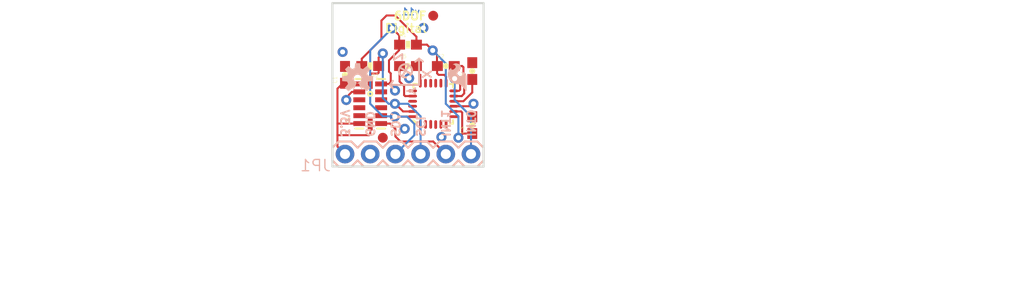
<source format=kicad_pcb>
(kicad_pcb (version 20211014) (generator pcbnew)
  (layers (0 "F.Cu" signal) (31 "B.Cu" signal) (34 "B.Paste" user) (35 "F.Paste" user) (36 "B.SilkS" user "B.Silkscreen") (37 "F.SilkS" user "F.Silkscreen") (38 "B.Mask" user) (39 "F.Mask" user) (44 "Edge.Cuts" user))
  (net 0 "")
  (net 1 "GND")
  (net 2 "3.3V")
  (net 3 "SCL")
  (net 4 "SDA")
  (net 5 "INT1")
  (net 6 "N$2")
  (net 7 "N$3")
  (net 8 "INT0")
  (footprint "boardEagle:0603-CAP" (layer "F.Cu") (at 142.1511 103.9876 90)
    (fp_text reference "C1" (at -0.889 -0.762 90) (layer "F.SilkS") (effects (font (size 0.373888 0.373888) (thickness 0.032512)) (justify left bottom)))
    (fp_text value "0.1uF")
    (fp_line (start 0 -0.0305) (end 0 0.0305) (layer "F.SilkS") (width 0.5588))
    (pad "1" smd rect (at -0.85 0 90) (size 1.1 1) (layers "F.Cu" "F.Paste" "F.Mask") (net 2 "3.3V"))
    (pad "2" smd rect (at 0.85 0 90) (size 1.1 1) (layers "F.Cu" "F.Paste" "F.Mask") (net 1 "GND"))
  )
  (footprint "boardEagle:0603-RES" (layer "F.Cu") (at 148.5011 100.9396)
    (fp_text reference "R1" (at -0.889 -0.762) (layer "F.SilkS") (effects (font (size 0.373888 0.373888) (thickness 0.032512)) (justify left bottom)))
    (fp_text value "4.7K")
    (fp_poly (pts (xy -0.2286 0.381) (xy 0.2286 0.381) (xy 0.2286 -0.381) (xy -0.2286 -0.381)) (layer "F.SilkS") (width 0) (fill solid))
    (pad "1" smd rect (at -0.85 0) (size 1.1 1) (layers "F.Cu" "F.Paste" "F.Mask") (net 4 "SDA"))
    (pad "2" smd rect (at 0.85 0) (size 1.1 1) (layers "F.Cu" "F.Paste" "F.Mask") (net 2 "3.3V"))
  )
  (footprint "boardEagle:CREATIVE_COMMONS" (layer "F.Cu") (at 127.691622 122.1486)
    (fp_text reference "FRAME1" hide)
    (fp_text value "FRAME-LETTER" hide)
  )
  (footprint "boardEagle:0603-CAP" (layer "F.Cu") (at 152.3111 103.0986)
    (fp_text reference "C2" (at -0.889 -0.762) (layer "F.SilkS") (effects (font (size 0.373888 0.373888) (thickness 0.032512)) (justify left bottom)))
    (fp_text value "0.1uF")
    (fp_line (start 0 -0.0305) (end 0 0.0305) (layer "F.SilkS") (width 0.5588))
    (pad "1" smd rect (at -0.85 0) (size 1.1 1) (layers "F.Cu" "F.Paste" "F.Mask") (net 2 "3.3V"))
    (pad "2" smd rect (at 0.85 0) (size 1.1 1) (layers "F.Cu" "F.Paste" "F.Mask") (net 1 "GND"))
  )
  (footprint "boardEagle:FIDUCIAL-1X2" (layer "F.Cu") (at 145.9611 110.3376)
    (fp_text reference "JP6" hide)
    (fp_text value "FIDUCIAL1X2" hide)
    (pad "1" smd roundrect (at 0 0) (size 1 1) (layers "F.Cu" "F.Mask") (roundrect_rratio 0.5))
  )
  (footprint "boardEagle:LGA14" (layer "F.Cu") (at 144.6911 106.9086 90)
    (fp_text reference "U1" (at -2.032 -2.159 90) (layer "F.SilkS") (effects (font (size 0.373888 0.373888) (thickness 0.032512)) (justify left bottom)))
    (fp_text value "ADXL3451:1")
    (fp_line (start 2.5 0.7) (end 2.5 1.5) (layer "F.SilkS") (width 0.2032))
    (fp_line (start -2.5 -0.7) (end -2.5 -1.5) (layer "F.SilkS") (width 0.2032))
    (fp_line (start 2.5 -1.5) (end 2.5 -0.7) (layer "F.SilkS") (width 0.2032))
    (fp_line (start -2.5 1.5) (end -2.5 0.7) (layer "F.SilkS") (width 0.2032))
    (fp_circle (center 1 0) (end 1.1 0) (layer "F.SilkS") (width 0.2032) (fill none))
    (pad "1" smd rect (at 2 -1.1 90) (size 0.5 1.2) (layers "F.Cu" "F.Paste" "F.Mask") (net 2 "3.3V"))
    (pad "2" smd rect (at 1.2 -1.1 270) (size 0.5 1.2) (layers "F.Cu" "F.Paste" "F.Mask") (net 1 "GND"))
    (pad "3" smd rect (at 0.4 -1.1 270) (size 0.5 1.2) (layers "F.Cu" "F.Paste" "F.Mask"))
    (pad "4" smd rect (at -0.4 -1.1 270) (size 0.5 1.2) (layers "F.Cu" "F.Paste" "F.Mask") (net 1 "GND"))
    (pad "5" smd rect (at -1.2 -1.1 270) (size 0.5 1.2) (layers "F.Cu" "F.Paste" "F.Mask") (net 1 "GND"))
    (pad "6" smd rect (at -2 -1.1 270) (size 0.5 1.2) (layers "F.Cu" "F.Paste" "F.Mask") (net 2 "3.3V"))
    (pad "7" smd rect (at -2.1 0) (size 0.5 1.2) (layers "F.Cu" "F.Paste" "F.Mask") (net 2 "3.3V"))
    (pad "8" smd rect (at -2 1.1 270) (size 0.5 1.2) (layers "F.Cu" "F.Paste" "F.Mask") (net 5 "INT1"))
    (pad "9" smd rect (at -1.2 1.1 270) (size 0.5 1.2) (layers "F.Cu" "F.Paste" "F.Mask"))
    (pad "10" smd rect (at -0.4 1.1 90) (size 0.5 1.2) (layers "F.Cu" "F.Paste" "F.Mask"))
    (pad "11" smd rect (at 0.4 1.1 90) (size 0.5 1.2) (layers "F.Cu" "F.Paste" "F.Mask"))
    (pad "12" smd rect (at 1.2 1.1 90) (size 0.5 1.2) (layers "F.Cu" "F.Paste" "F.Mask") (net 1 "GND"))
    (pad "13" smd rect (at 2 1.1 90) (size 0.5 1.2) (layers "F.Cu" "F.Paste" "F.Mask") (net 4 "SDA"))
    (pad "14" smd rect (at 2.1 0 180) (size 0.5 1.2) (layers "F.Cu" "F.Paste" "F.Mask") (net 3 "SCL"))
  )
  (footprint "boardEagle:0603-RES" (layer "F.Cu") (at 144.6911 103.0986 180)
    (fp_text reference "R2" (at -0.889 -0.762 180) (layer "F.SilkS") (effects (font (size 0.373888 0.373888) (thickness 0.032512)) (justify right top)))
    (fp_text value "4.7k")
    (fp_poly (pts (xy -0.2286 0.381) (xy 0.2286 0.381) (xy 0.2286 -0.381) (xy -0.2286 -0.381)) (layer "F.SilkS") (width 0) (fill solid))
    (pad "1" smd rect (at -0.85 0 180) (size 1.1 1) (layers "F.Cu" "F.Paste" "F.Mask") (net 3 "SCL"))
    (pad "2" smd rect (at 0.85 0 180) (size 1.1 1) (layers "F.Cu" "F.Paste" "F.Mask") (net 2 "3.3V"))
  )
  (footprint "boardEagle:STAND-OFF" (layer "F.Cu") (at 153.5811 99.2886 -90)
    (fp_text reference "JP2" hide)
    (fp_text value "STAND-OFF" hide)
    (pad "" np_thru_hole circle (at 0 0 270) (size 3.302 3.302) (drill 3.302) (layers *.Cu *.Mask))
  )
  (footprint "boardEagle:REVISION" (layer "F.Cu") (at 139.6111 125.9586)
    (fp_text reference "U$1" hide)
    (fp_text value "REVISION" hide)
  )
  (footprint "boardEagle:0603-CAP" (layer "F.Cu") (at 148.5011 103.0986)
    (fp_text reference "C5" (at -0.889 -0.762) (layer "F.SilkS") (effects (font (size 0.373888 0.373888) (thickness 0.032512)) (justify left bottom)))
    (fp_text value "2.2nF")
    (fp_line (start 0 -0.0305) (end 0 0.0305) (layer "F.SilkS") (width 0.5588))
    (pad "1" smd rect (at -0.85 0) (size 1.1 1) (layers "F.Cu" "F.Paste" "F.Mask") (net 6 "N$2"))
    (pad "2" smd rect (at 0.85 0) (size 1.1 1) (layers "F.Cu" "F.Paste" "F.Mask") (net 1 "GND"))
  )
  (footprint "boardEagle:STAND-OFF" (layer "F.Cu") (at 143.4211 99.2886 -90)
    (fp_text reference "JP5" hide)
    (fp_text value "STAND-OFF" hide)
    (pad "" np_thru_hole circle (at 0 0 270) (size 3.302 3.302) (drill 3.302) (layers *.Cu *.Mask))
  )
  (footprint "boardEagle:FIDUCIAL-1X2" (layer "F.Cu") (at 151.0411 98.0186)
    (fp_text reference "JP4" hide)
    (fp_text value "FIDUCIAL1X2" hide)
    (pad "1" smd roundrect (at 0 0) (size 1 1) (layers "F.Cu" "F.Mask") (roundrect_rratio 0.5))
  )
  (footprint "boardEagle:QFN-24_ITG3200_1_1" (layer "F.Cu") (at 151.0411 106.9086 90)
    (fp_text reference "U3" hide)
    (fp_text value "ITG-32001:1" hide)
    (fp_line (start 2 1.65) (end 2 2) (layer "F.SilkS") (width 0.2032))
    (fp_line (start 2 -1.65) (end 2 -2) (layer "F.SilkS") (width 0.2032))
    (fp_line (start 1.65 2) (end 2 2) (layer "F.SilkS") (width 0.2032))
    (fp_line (start -1.65 -2) (end -2 -1.65) (layer "F.SilkS") (width 0.2032))
    (fp_line (start -1.65 2) (end -2 2) (layer "F.SilkS") (width 0.2032))
    (fp_line (start -2 2) (end -2 1.65) (layer "F.SilkS") (width 0.2032))
    (fp_line (start 2 -2) (end 1.65 -2) (layer "F.SilkS") (width 0.2032))
    (pad "1" smd roundrect (at -2.0762 -1.3008 270) (size 0.889 0.2794) (layers "F.Cu" "F.Paste" "F.Mask") (roundrect_rratio 0.5) (net 1 "GND"))
    (pad "2" smd roundrect (at -2.0762 -0.7754 270) (size 0.889 0.2794) (layers "F.Cu" "F.Paste" "F.Mask") (roundrect_rratio 0.5))
    (pad "3" smd roundrect (at -2.0762 -0.25 270) (size 0.889 0.2794) (layers "F.Cu" "F.Paste" "F.Mask") (roundrect_rratio 0.5))
    (pad "4" smd roundrect (at -2.1016 0.25 270) (size 0.889 0.2794) (layers "F.Cu" "F.Paste" "F.Mask") (roundrect_rratio 0.5))
    (pad "5" smd roundrect (at -2.0762 0.7754 270) (size 0.889 0.2794) (layers "F.Cu" "F.Paste" "F.Mask") (roundrect_rratio 0.5))
    (pad "6" smd roundrect (at -2.0762 1.3008 270) (size 0.889 0.2794) (layers "F.Cu" "F.Paste" "F.Mask") (roundrect_rratio 0.5))
    (pad "7" smd roundrect (at -1.3008 2.0762 180) (size 0.889 0.2794) (layers "F.Cu" "F.Paste" "F.Mask") (roundrect_rratio 0.5))
    (pad "8" smd roundrect (at -0.7754 2.0762 180) (size 0.889 0.2794) (layers "F.Cu" "F.Paste" "F.Mask") (roundrect_rratio 0.5) (net 2 "3.3V"))
    (pad "9" smd roundrect (at -0.25 2.0762 180) (size 0.889 0.2794) (layers "F.Cu" "F.Paste" "F.Mask") (roundrect_rratio 0.5) (net 1 "GND"))
    (pad "10" smd roundrect (at 0.25 2.0762 180) (size 0.889 0.2794) (layers "F.Cu" "F.Paste" "F.Mask") (roundrect_rratio 0.5) (net 7 "N$3"))
    (pad "11" smd roundrect (at 0.7754 2.0762 180) (size 0.889 0.2794) (layers "F.Cu" "F.Paste" "F.Mask") (roundrect_rratio 0.5) (net 1 "GND"))
    (pad "12" smd roundrect (at 1.3008 2.0762 180) (size 0.889 0.2794) (layers "F.Cu" "F.Paste" "F.Mask") (roundrect_rratio 0.5) (net 8 "INT0"))
    (pad "13" smd roundrect (at 2.0762 1.3008 90) (size 0.889 0.2794) (layers "F.Cu" "F.Paste" "F.Mask") (roundrect_rratio 0.5) (net 2 "3.3V"))
    (pad "14" smd roundrect (at 2.0762 0.7754 90) (size 0.889 0.2794) (layers "F.Cu" "F.Paste" "F.Mask") (roundrect_rratio 0.5))
    (pad "15" smd roundrect (at 2.0762 0.25 90) (size 0.889 0.2794) (layers "F.Cu" "F.Paste" "F.Mask") (roundrect_rratio 0.5))
    (pad "16" smd roundrect (at 2.0762 -0.25 90) (size 0.889 0.2794) (layers "F.Cu" "F.Paste" "F.Mask") (roundrect_rratio 0.5))
    (pad "17" smd roundrect (at 2.0762 -0.7754 90) (size 0.889 0.2794) (layers "F.Cu" "F.Paste" "F.Mask") (roundrect_rratio 0.5))
    (pad "18" smd roundrect (at 2.0762 -1.3008 90) (size 0.889 0.2794) (layers "F.Cu" "F.Paste" "F.Mask") (roundrect_rratio 0.5) (net 1 "GND"))
    (pad "19" smd roundrect (at 1.3008 -2.0762) (size 0.889 0.2794) (layers "F.Cu" "F.Paste" "F.Mask") (roundrect_rratio 0.5))
    (pad "20" smd roundrect (at 0.7754 -2.0762) (size 0.889 0.2794) (layers "F.Cu" "F.Paste" "F.Mask") (roundrect_rratio 0.5) (net 6 "N$2"))
    (pad "21" smd roundrect (at 0.25 -2.0762) (size 0.889 0.2794) (layers "F.Cu" "F.Paste" "F.Mask") (roundrect_rratio 0.5))
    (pad "22" smd roundrect (at -0.25 -2.0762) (size 0.889 0.2794) (layers "F.Cu" "F.Paste" "F.Mask") (roundrect_rratio 0.5))
    (pad "23" smd roundrect (at -0.7754 -2.0762) (size 0.889 0.2794) (layers "F.Cu" "F.Paste" "F.Mask") (roundrect_rratio 0.5) (net 3 "SCL"))
    (pad "24" smd roundrect (at -1.3008 -2.0762) (size 0.889 0.2794) (layers "F.Cu" "F.Paste" "F.Mask") (roundrect_rratio 0.5) (net 4 "SDA"))
  )
  (footprint "boardEagle:0603-CAP" (layer "F.Cu") (at 154.9781 109.0676 90)
    (fp_text reference "C3" (at -0.889 -0.762 90) (layer "F.SilkS") (effects (font (size 0.373888 0.373888) (thickness 0.032512)) (justify left bottom)))
    (fp_text value "10nF")
    (fp_line (start 0 -0.0305) (end 0 0.0305) (layer "F.SilkS") (width 0.5588))
    (pad "1" smd rect (at -0.85 0 90) (size 1.1 1) (layers "F.Cu" "F.Paste" "F.Mask") (net 2 "3.3V"))
    (pad "2" smd rect (at 0.85 0 90) (size 1.1 1) (layers "F.Cu" "F.Paste" "F.Mask") (net 1 "GND"))
  )
  (footprint "boardEagle:0603-CAP" (layer "F.Cu") (at 154.9781 103.6066 90)
    (fp_text reference "C4" (at -0.889 -0.762 90) (layer "F.SilkS") (effects (font (size 0.373888 0.373888) (thickness 0.032512)) (justify left bottom)))
    (fp_text value "0.1uF")
    (fp_line (start 0 -0.0305) (end 0 0.0305) (layer "F.SilkS") (width 0.5588))
    (pad "1" smd rect (at -0.85 0 90) (size 1.1 1) (layers "F.Cu" "F.Paste" "F.Mask") (net 7 "N$3"))
    (pad "2" smd rect (at 0.85 0 90) (size 1.1 1) (layers "F.Cu" "F.Paste" "F.Mask") (net 1 "GND"))
  )
  (footprint "boardEagle:1X06" (layer "B.Cu") (at 142.1511 111.9886)
    (fp_text reference "JP1" (at -1.3462 1.8288 180) (layer "B.SilkS") (effects (font (size 1.143 1.143) (thickness 0.127)) (justify left bottom mirror)))
    (fp_text value "")
    (fp_line (start 12.065 1.27) (end 13.335 1.27) (layer "B.SilkS") (width 0.2032))
    (fp_line (start 8.89 0.635) (end 9.525 1.27) (layer "B.SilkS") (width 0.2032))
    (fp_line (start 1.27 -0.635) (end 0.635 -1.27) (layer "B.SilkS") (width 0.2032))
    (fp_line (start 4.445 1.27) (end 5.715 1.27) (layer "B.SilkS") (width 0.2032))
    (fp_line (start 1.905 -1.27) (end 1.27 -0.635) (layer "B.SilkS") (width 0.2032))
    (fp_line (start 13.97 -0.635) (end 13.335 -1.27) (layer "B.SilkS") (width 0.2032))
    (fp_line (start 3.81 -0.635) (end 3.175 -1.27) (layer "B.SilkS") (width 0.2032))
    (fp_line (start 3.175 -1.27) (end 1.905 -1.27) (layer "B.SilkS") (width 0.2032))
    (fp_line (start 11.43 -0.635) (end 10.795 -1.27) (layer "B.SilkS") (width 0.2032))
    (fp_line (start 12.065 -1.27) (end 11.43 -0.635) (layer "B.SilkS") (width 0.2032))
    (fp_line (start 6.985 1.27) (end 8.255 1.27) (layer "B.SilkS") (width 0.2032))
    (fp_line (start 13.335 -1.27) (end 12.065 -1.27) (layer "B.SilkS") (width 0.2032))
    (fp_line (start 9.525 1.27) (end 10.795 1.27) (layer "B.SilkS") (width 0.2032))
    (fp_line (start 6.35 -0.635) (end 5.715 -1.27) (layer "B.SilkS") (width 0.2032))
    (fp_line (start 0.635 1.27) (end 1.27 0.635) (layer "B.SilkS") (width 0.2032))
    (fp_line (start 1.905 1.27) (end 3.175 1.27) (layer "B.SilkS") (width 0.2032))
    (fp_line (start -0.635 1.27) (end -1.27 0.635) (layer "B.SilkS") (width 0.2032))
    (fp_line (start 13.335 1.27) (end 13.97 0.635) (layer "B.SilkS") (width 0.2032))
    (fp_line (start -0.635 1.27) (end 0.635 1.27) (layer "B.SilkS") (width 0.2032))
    (fp_line (start 13.97 0.635) (end 13.97 -0.635) (layer "B.SilkS") (width 0.2032))
    (fp_line (start 10.795 -1.27) (end 9.525 -1.27) (layer "B.SilkS") (width 0.2032))
    (fp_line (start 0.635 -1.27) (end -0.635 -1.27) (layer "B.SilkS") (width 0.2032))
    (fp_line (start 6.985 1.27) (end 6.35 0.635) (layer "B.SilkS") (width 0.2032))
    (fp_line (start 10.795 1.27) (end 11.43 0.635) (layer "B.SilkS") (width 0.2032))
    (fp_line (start 6.35 -0.635) (end 6.985 -1.27) (layer "B.SilkS") (width 0.2032))
    (fp_line (start 8.89 -0.635) (end 8.255 -1.27) (layer "B.SilkS") (width 0.2032))
    (fp_line (start 1.27 0.635) (end 1.905 1.27) (layer "B.SilkS") (width 0.2032))
    (fp_line (start 3.175 1.27) (end 3.81 0.635) (layer "B.SilkS") (width 0.2032))
    (fp_line (start 5.715 -1.27) (end 4.445 -1.27) (layer "B.SilkS") (width 0.2032))
    (fp_line (start 3.81 0.635) (end 4.445 1.27) (layer "B.SilkS") (width 0.2032))
    (fp_line (start 11.43 0.635) (end 12.065 1.27) (layer "B.SilkS") (width 0.2032))
    (fp_line (start 4.445 -1.27) (end 3.81 -0.635) (layer "B.SilkS") (width 0.2032))
    (fp_line (start 5.715 1.27) (end 6.35 0.635) (layer "B.SilkS") (width 0.2032))
    (fp_line (start -1.27 -0.635) (end -0.635 -1.27) (layer "B.SilkS") (width 0.2032))
    (fp_line (start 9.525 -1.27) (end 8.89 -0.635) (layer "B.SilkS") (width 0.2032))
    (fp_line (start 8.255 -1.27) (end 6.985 -1.27) (layer "B.SilkS") (width 0.2032))
    (fp_line (start 8.255 1.27) (end 8.89 0.635) (layer "B.SilkS") (width 0.2032))
    (fp_line (start -1.27 0.635) (end -1.27 -0.635) (layer "B.SilkS") (width 0.2032))
    (pad "1" thru_hole circle (at 0 0 270) (size 1.8796 1.8796) (drill 1.016) (layers *.Cu *.Mask) (net 2 "3.3V"))
    (pad "2" thru_hole circle (at 2.54 0 270) (size 1.8796 1.8796) (drill 1.016) (layers *.Cu *.Mask) (net 1 "GND"))
    (pad "3" thru_hole circle (at 5.08 0 270) (size 1.8796 1.8796) (drill 1.016) (layers *.Cu *.Mask) (net 4 "SDA"))
    (pad "4" thru_hole circle (at 7.62 0 270) (size 1.8796 1.8796) (drill 1.016) (layers *.Cu *.Mask) (net 3 "SCL"))
    (pad "5" thru_hole circle (at 10.16 0 270) (size 1.8796 1.8796) (drill 1.016) (layers *.Cu *.Mask) (net 5 "INT1"))
    (pad "6" thru_hole circle (at 12.7 0 270) (size 1.8796 1.8796) (drill 1.016) (layers *.Cu *.Mask) (net 8 "INT0"))
  )
  (footprint "boardEagle:OSHW-LOGO-S" (layer "B.Cu") (at 143.4211 104.3686 180)
    (fp_text reference "U$2" hide)
    (fp_text value "OSHW-LOGOS" hide)
    (fp_poly (pts (xy 0.301647 1.061351) (xy 0.42347 1.022344) (xy 0.537177 0.963769) (xy 0.92862 1.282946) (xy 1.282946 0.92862) (xy 0.961035 0.533823) (xy 1.057046 0.302084) (xy 1.5638 0.250561) (xy 1.5638 -0.250561) (xy 1.057046 -0.302084) (xy 0.961035 -0.533823) (xy 1.282946 -0.92862) (xy 0.92862 -1.282946) (xy 0.537177 -0.96377) (xy 0.356601 -1.056794) (xy 0.088679 -0.410073) (xy 0.326262 -0.2176) (xy 0.373649 -0.121468) (xy 0.392729 -0.010339) (xy 0.379464 0.101634) (xy 0.334947 0.205229) (xy 0.262842 0.291918) (xy 0.169087 0.354561) (xy 0.061406 0.387999) (xy -0.051342 0.38948) (xy -0.159868 0.358881) (xy -0.255234 0.298724) (xy -0.329589 0.213962) (xy -0.376813 0.111569) (xy -0.392176 0.005767) (xy -0.322923 -0.222565) (xy -0.249312 -0.303773) (xy 0.091677 -0.5081) (xy -0.12929 -0.5081) (xy -0.355332 -1.053732) (xy -0.506597 -0.983577) (xy -0.538922 -0.965192) (xy -0.92862 -1.282946) (xy -1.282946 -0.92862) (xy -0.961035 -0.533823) (xy -1.057046 -0.302084) (xy -1.5638 -0.250561) (xy -1.5638 0.250561) (xy -1.057046 0.302084) (xy -0.961035 0.533823) (xy -1.282946 0.92862) (xy -0.92862 1.282946) (xy -0.533823 0.961035) (xy -0.302084 1.057046) (xy -0.250561 1.5638) (xy 0.250561 1.5638)) (layer "B.SilkS") (width 0) (fill solid))
  )
  (footprint "boardEagle:SFE-LOGO-FLAME" (layer "B.Cu") (at 154.3939 105.6386 180)
    (fp_text reference "JP3" hide)
    (fp_text value "LOGO-SFESK" hide)
    (fp_poly (pts (xy 1.126002 2.808203) (xy 1.215449 2.785829) (xy 1.228477 2.780783) (xy 1.240149 2.774875) (xy 1.25686 2.766576) (xy 1.275552 2.759834) (xy 1.371694 2.7026) (xy 1.3793 2.7026) (xy 1.3793 2.6772) (xy 1.306833 2.6772) (xy 1.208418 2.657914) (xy 1.074855 2.495286) (xy 1.079365 2.436825) (xy 1.12809 2.341869) (xy 1.204666 2.265196) (xy 1.294069 2.200638) (xy 1.369348 2.168824) (xy 1.450737 2.171632) (xy 1.458864 2.174186) (xy 1.466257 2.177389) (xy 1.530514 2.236956) (xy 1.5368 2.259812) (xy 1.5368 2.377938) (xy 1.763707 2.148127) (xy 1.868186 1.856841) (xy 1.871603 1.856894) (xy 1.87806 1.650435) (xy 1.848857 1.45742) (xy 1.785308 1.272842) (xy 1.6663 1.061578) (xy 1.6663 1.080581) (xy 1.378131 0.80901) (xy 0.982239 0.6985) (xy 0.753005 0.6985) (xy 0.716201 0.692046) (xy 0.681776 0.679592) (xy 0.496322 0.541784) (xy -0.0126 -0.03091) (xy -0.0126 1.52077) (xy 0.060004 1.761967) (xy 0.168295 1.865489) (xy 0.307122 1.917522) (xy 0.4039 1.925089) (xy 0.499384 1.917623) (xy 0.55991 1.908099) (xy 0.557788 1.884433) (xy 0.522216 1.885242) (xy 0.501784 1.876141) (xy 0.420519 1.817154) (xy 0.400722 1.79067) (xy 0.390395 1.7285) (xy 0.400905 1.665229) (xy 0.421405 1.625174) (xy 0.452343 1.592685) (xy 0.546535 1.54355) (xy 0.652229 1.531742) (xy 0.742768 1.550084) (xy 0.82422 1.589656) (xy 0.92203 1.754659) (xy 0.907706 1.848844) (xy 0.850914 1.930401) (xy 0.584707 2.263237) (xy 0.561667 2.510855) (xy 0.627495 2.621556) (xy 0.629042 2.623103) (xy 0.778901 2.74712) (xy 1.032676 2.817064)) (layer "B.SilkS") (width 0) (fill solid))
  )
  (gr_circle (center 148.2471 103.5812) (end 148.9176 103.5812) (layer "B.SilkS") (width 0.2032) (fill none))
  (gr_line (start 148.5773 103.0224) (end 147.9169 104.14) (layer "B.SilkS") (width 0.2032))
  (gr_line (start 149.9997 102.6414) (end 149.6187 102.362) (layer "B.SilkS") (width 0.2032))
  (gr_line (start 146.9771 104.5972) (end 146.6977 105.0036) (layer "B.SilkS") (width 0.2032))
  (gr_line (start 149.6187 105.0036) (end 146.6977 105.0036) (layer "B.SilkS") (width 0.2032))
  (gr_line (start 149.6187 105.0036) (end 149.6187 102.362) (layer "B.SilkS") (width 0.2032))
  (gr_line (start 148.8313 103.9114) (end 147.6883 103.251) (layer "B.SilkS") (width 0.2032))
  (gr_line (start 146.6977 105.0036) (end 147.0025 105.3846) (layer "B.SilkS") (width 0.2032))
  (gr_line (start 149.6187 102.362) (end 149.2377 102.6668) (layer "B.SilkS") (width 0.2032))
  (gr_line (start 140.8811 96.7486) (end 140.8811 113.2386) (layer "Edge.Cuts") (width 0.2032))
  (gr_line (start 140.8811 113.2386) (end 156.1211 113.2586) (layer "Edge.Cuts") (width 0.2032))
  (gr_line (start 156.1211 113.2586) (end 156.1211 96.7486) (layer "Edge.Cuts") (width 0.2032))
  (gr_line (start 156.1211 96.7486) (end 140.8811 96.7486) (layer "Edge.Cuts") (width 0.2032))
  (gr_text "v11" (at 149.7711 98.0186) (layer "B.Cu") (effects (font (size 0.69088 0.69088) (thickness 0.12192)) (justify left bottom mirror)))
  (gr_text "GND" (at 144.1831 110.3376 -90) (layer "B.SilkS") (effects (font (size 0.83312 0.83312) (thickness 0.18288)) (justify left bottom mirror)))
  (gr_text "X" (at 149.8727 104.4448 -90) (layer "B.SilkS") (effects (font (size 0.83312 0.83312) (thickness 0.18288)) (justify left bottom mirror)))
  (gr_text "SCL" (at 149.2631 110.3376 -90) (layer "B.SilkS") (effects (font (size 0.83312 0.83312) (thickness 0.18288)) (justify left bottom mirror)))
  (gr_text "INT0" (at 154.3431 110.3376 -90) (layer "B.SilkS") (effects (font (size 0.83312 0.83312) (thickness 0.18288)) (justify left bottom mirror)))
  (gr_text "Y" (at 148.2979 106.0958 -90) (layer "B.SilkS") (effects (font (size 0.83312 0.83312) (thickness 0.18288)) (justify left bottom mirror)))
  (gr_text "SDA" (at 146.7231 110.3376 -90) (layer "B.SilkS") (effects (font (size 0.83312 0.83312) (thickness 0.18288)) (justify left bottom mirror)))
  (gr_text "3.3V" (at 141.6431 110.3376 -90) (layer "B.SilkS") (effects (font (size 0.83312 0.83312) (thickness 0.18288)) (justify left bottom mirror)))
  (gr_text "Z" (at 146.9771 102.6922 -90) (layer "B.SilkS") (effects (font (size 0.83312 0.83312) (thickness 0.18288)) (justify left bottom mirror)))
  (gr_text "INT1" (at 151.8031 110.3376 -90) (layer "B.SilkS") (effects (font (size 0.83312 0.83312) (thickness 0.18288)) (justify left bottom mirror)))
  (gr_text "6DOF" (at 146.9771 98.5266) (layer "F.SilkS") (effects (font (size 0.83312 0.83312) (thickness 0.18288)) (justify left bottom)))
  (gr_text "Digital" (at 146.0881 99.7966) (layer "F.SilkS") (effects (font (size 0.8636 0.8636) (thickness 0.1524)) (justify left bottom)))
  (segment (start 154.1653 104.1908) (end 154.0891 104.0892) (width 0.2032) (layer "F.Cu") (net 1))
  (segment (start 149.7403 104.8324) (end 149.7403 103.9876) (width 0.2032) (layer "F.Cu") (net 1))
  (segment (start 149.7403 103.9876) (end 149.6441 103.9876) (width 0.2032) (layer "F.Cu") (net 1))
  (segment (start 154.8551 107.1586) (end 155.1051 106.9086) (width 0.2032) (layer "F.Cu") (net 1))
  (segment (start 153.9247 106.1332) (end 154.1653 105.8672) (width 0.2032) (layer "F.Cu") (net 1))
  (segment (start 153.1611 103.0986) (end 153.9621 103.0986) (width 0.2032) (layer "F.Cu") (net 1))
  (segment (start 153.1173 106.1332) (end 153.9247 106.1332) (width 0.2032) (layer "F.Cu") (net 1))
  (segment (start 153.1173 107.1586) (end 154.8551 107.1586) (width 0.2032) (layer "F.Cu") (net 1))
  (segment (start 149.7403 108.9848) (end 149.7403 109.9566) (width 0.2032) (layer "F.Cu") (net 1))
  (segment (start 149.7711 104.8632) (end 149.7403 104.8324) (width 0.2032) (layer "F.Cu") (net 1))
  (segment (start 153.9621 103.0986) (end 154.0891 103.2256) (width 0.2032) (layer "F.Cu") (net 1))
  (segment (start 142.8431 105.7086) (end 142.5321 106.0196) (width 0.2032) (layer "F.Cu") (net 1))
  (segment (start 154.0891 104.0892) (end 154.0891 103.2256) (width 0.2032) (layer "F.Cu") (net 1))
  (segment (start 154.1653 105.8672) (end 154.1653 104.1908) (width 0.2032) (layer "F.Cu") (net 1))
  (segment (start 149.7403 109.9566) (end 149.7711 109.9566) (width 0.2032) (layer "F.Cu") (net 1))
  (segment (start 143.5911 105.7086) (end 142.8431 105.7086) (width 0.2032) (layer "F.Cu") (net 1))
  (via (at 151.8666 110.2741) (size 1.016) (drill 0.508) (layers "F.Cu" "B.Cu") (net 1))
  (via (at 155.1051 106.9086) (size 1.016) (drill 0.508) (layers "F.Cu" "B.Cu") (net 1))
  (via (at 142.2781 106.5276) (size 1.016) (drill 0.508) (layers "F.Cu" "B.Cu") (net 1))
  (via (at 150.0505 99.2505) (size 1.016) (drill 0.508) (layers "F.Cu" "B.Cu") (net 1))
  (via (at 148.1709 109.4359) (size 1.016) (drill 0.508) (layers "F.Cu" "B.Cu") (net 1))
  (via (at 147.193 105.5751) (size 1.016) (drill 0.508) (layers "F.Cu" "B.Cu") (net 1))
  (via (at 148.6154 104.3305) (size 1.016) (drill 0.508) (layers "F.Cu" "B.Cu") (net 1))
  (via (at 141.9098 101.6762) (size 1.016) (drill 0.508) (layers "F.Cu" "B.Cu") (net 1))
  (segment (start 149.3511 100.9396) (end 149.3511 100.1386) (width 0.2032) (layer "F.Cu") (net 2))
  (segment (start 143.8411 103.1476) (end 142.1511 104.8376) (width 0.2032) (layer "F.Cu") (net 2))
  (segment (start 141.3891 111.2266) (end 142.1511 111.9886) (width 0.2032) (layer "F.Cu") (net 2))
  (segment (start 145.8214 100.3808) (end 145.8214 98.5139) (width 0.2032) (layer "F.Cu") (net 2))
  (segment (start 142.1511 104.8376) (end 142.1511 104.9086) (width 0.2032) (layer "F.Cu") (net 2))
  (segment (start 153.1173 107.684) (end 153.8485 107.684) (width 0.2032) (layer "F.Cu") (net 2))
  (segment (start 150.4061 100.9396) (end 150.9903 101.5238) (width 0.2032) (layer "F.Cu") (net 2))
  (segment (start 151.5872 103.9876) (end 151.4348 103.8352) (width 0.2032) (layer "F.Cu") (net 2))
  (segment (start 143.5911 108.9086) (end 141.3891 108.9086) (width 0.2032) (layer "F.Cu") (net 2))
  (segment (start 154.0011 109.9176) (end 153.5811 110.3376) (width 0.2032) (layer "F.Cu") (net 2))
  (segment (start 145.8214 98.5139) (end 146.3421 97.9932) (width 0.2032) (layer "F.Cu") (net 2))
  (segment (start 143.8411 102.3611) (end 145.8214 100.3808) (width 0.2032) (layer "F.Cu") (net 2))
  (segment (start 143.8411 103.0986) (end 143.8411 102.3611) (width 0.2032) (layer "F.Cu") (net 2))
  (segment (start 144.6911 109.9566) (end 144.5641 110.0836) (width 0.2032) (layer "F.Cu") (net 2))
  (segment (start 141.8651 104.9086) (end 142.1511 104.9086) (width 0.2032) (layer "F.Cu") (net 2))
  (segment (start 146.3421 97.9932) (end 147.2057 97.9932) (width 0.2032) (layer "F.Cu") (net 2))
  (segment (start 147.2057 97.9932) (end 149.3511 100.1386) (width 0.2032) (layer "F.Cu") (net 2))
  (segment (start 152.146 103.9876) (end 151.5872 103.9876) (width 0.2032) (layer "F.Cu") (net 2))
  (segment (start 149.3511 100.9396) (end 150.4061 100.9396) (width 0.2032) (layer "F.Cu") (net 2))
  (segment (start 143.5911 108.9086) (end 143.6911 109.0086) (width 0.2032) (layer "F.Cu") (net 2))
  (segment (start 141.3891 105.3846) (end 141.3891 108.9086) (width 0.2032) (layer "F.Cu") (net 2))
  (segment (start 151.4221 103.0596) (end 151.4221 101.9556) (width 0.2032) (layer "F.Cu") (net 2))
  (segment (start 141.3891 108.9086) (end 141.3891 110.0836) (width 0.2032) (layer "F.Cu") (net 2))
  (segment (start 154.9781 109.9176) (end 154.0011 109.9176) (width 0.2032) (layer "F.Cu") (net 2))
  (segment (start 152.3419 104.1835) (end 152.146 103.9876) (width 0.2032) (layer "F.Cu") (net 2))
  (segment (start 151.4611 103.0986) (end 151.4611 103.0986) (width 0.2032) (layer "F.Cu") (net 2))
  (segment (start 141.3891 110.0836) (end 141.3891 111.2266) (width 0.2032) (layer "F.Cu") (net 2))
  (segment (start 153.8485 107.684) (end 153.9621 107.7976) (width 0.2032) (layer "F.Cu") (net 2))
  (segment (start 143.8411 103.0986) (end 143.8411 103.1476) (width 0.2032) (layer "F.Cu") (net 2))
  (segment (start 141.8651 104.9086) (end 141.3891 105.3846) (width 0.2032) (layer "F.Cu") (net 2))
  (segment (start 151.4348 103.8352) (end 151.4348 103.1249) (width 0.2032) (layer "F.Cu") (net 2))
  (segment (start 151.4348 103.1249) (end 151.4611 103.0986) (width 0.2032) (layer "F.Cu") (net 2))
  (segment (start 153.9621 107.7976) (end 153.9621 109.9566) (width 0.2032) (layer "F.Cu") (net 2))
  (segment (start 152.3419 104.8324) (end 152.3419 104.1835) (width 0.2032) (layer "F.Cu") (net 2))
  (segment (start 144.5641 110.0836) (end 141.3891 110.0836) (width 0.2032) (layer "F.Cu") (net 2))
  (segment (start 151.4221 101.9556) (end 150.9903 101.5238) (width 0.2032) (layer "F.Cu") (net 2))
  (segment (start 153.9621 109.9566) (end 153.5811 110.3376) (width 0.2032) (layer "F.Cu") (net 2))
  (segment (start 151.4611 103.0986) (end 151.4221 103.0596) (width 0.2032) (layer "F.Cu") (net 2))
  (segment (start 142.1511 104.9086) (end 143.5911 104.9086) (width 0.2032) (layer "F.Cu") (net 2))
  (segment (start 144.6911 109.0086) (end 144.6911 109.9566) (width 0.2032) (layer "F.Cu") (net 2))
  (via (at 153.5811 110.3376) (size 1.016) (drill 0.508) (layers "F.Cu" "B.Cu") (net 2))
  (via (at 150.9903 101.5238) (size 1.016) (drill 0.508) (layers "F.Cu" "B.Cu") (net 2))
  (segment (start 153.5811 110.3376) (end 153.5811 108.1786) (width 0.2032) (layer "B.Cu") (net 2))
  (segment (start 152.3111 102.8446) (end 150.9903 101.5238) (width 0.2032) (layer "B.Cu") (net 2))
  (segment (start 153.5811 108.1786) (end 152.3111 106.9086) (width 0.2032) (layer "B.Cu") (net 2))
  (segment (start 152.3111 106.9086) (end 152.3111 102.8446) (width 0.2032) (layer "B.Cu") (net 2))
  (segment (start 144.8181 103.8606) (end 145.4531 103.8606) (width 0.2032) (layer "F.Cu") (net 3))
  (segment (start 144.6911 104.8086) (end 144.6911 103.9876) (width 0.2032) (layer "F.Cu") (net 3))
  (segment (start 145.5411 102.2486) (end 145.5411 103.0986) (width 0.2032) (layer "F.Cu") (net 3))
  (segment (start 145.5411 103.7726) (end 145.5411 103.0986) (width 0.2032) (layer "F.Cu") (net 3))
  (segment (start 144.6911 103.9876) (end 144.8181 103.8606) (width 0.2032) (layer "F.Cu") (net 3))
  (segment (start 147.2311 106.9086) (end 147.1803 106.9086) (width 0.2032) (layer "F.Cu") (net 3))
  (segment (start 145.9611 101.8286) (end 145.5411 102.2486) (width 0.2032) (layer "F.Cu") (net 3))
  (segment (start 145.4531 103.8606) (end 145.5411 103.7726) (width 0.2032) (layer "F.Cu") (net 3))
  (segment (start 148.9649 107.684) (end 148.0065 107.684) (width 0.2032) (layer "F.Cu") (net 3))
  (segment (start 148.0065 107.684) (end 147.2311 106.9086) (width 0.2032) (layer "F.Cu") (net 3))
  (via (at 147.1803 106.9086) (size 1.016) (drill 0.508) (layers "F.Cu" "B.Cu") (net 3))
  (via (at 145.9611 101.8286) (size 1.016) (drill 0.508) (layers "F.Cu" "B.Cu") (net 3))
  (segment (start 145.9611 106.3244) (end 145.9611 101.8286) (width 0.2032) (layer "B.Cu") (net 3))
  (segment (start 146.5453 106.9086) (end 145.9611 106.3244) (width 0.2032) (layer "B.Cu") (net 3))
  (segment (start 147.1803 106.9086) (end 148.5011 106.9086) (width 0.2032) (layer "B.Cu") (net 3))
  (segment (start 149.7711 111.9886) (end 149.7711 108.1786) (width 0.2032) (layer "B.Cu") (net 3))
  (segment (start 148.5011 106.9086) (end 149.7711 108.1786) (width 0.2032) (layer "B.Cu") (net 3))
  (segment (start 147.1803 106.9086) (end 146.5453 106.9086) (width 0.2032) (layer "B.Cu") (net 3))
  (segment (start 147.6511 100.9396) (end 147.6121 100.9396) (width 0.2032) (layer "F.Cu") (net 4))
  (segment (start 145.7911 104.9086) (end 146.5641 104.9086) (width 0.2032) (layer "F.Cu") (net 4))
  (segment (start 147.6121 101.4984) (end 146.5834 102.5271) (width 0.2032) (layer "F.Cu") (net 4))
  (segment (start 146.7612 103.8479) (end 146.5834 103.6701) (width 0.2032) (layer "F.Cu") (net 4))
  (segment (start 147.6121 100.9396) (end 147.6121 101.4984) (width 0.2032) (layer "F.Cu") (net 4))
  (segment (start 148.9649 108.2094) (end 147.173 108.2094) (width 0.2032) (layer "F.Cu") (net 4))
  (segment (start 146.5641 104.9086) (end 146.7612 104.7115) (width 0.2032) (layer "F.Cu") (net 4))
  (segment (start 147.173 108.2094) (end 147.1676 108.204) (width 0.2032) (layer "F.Cu") (net 4))
  (segment (start 146.7612 104.7115) (end 146.7612 103.8479) (width 0.2032) (layer "F.Cu") (net 4))
  (segment (start 147.6121 100.9396) (end 147.6121 99.9998) (width 0.2032) (layer "F.Cu") (net 4))
  (segment (start 146.5834 103.6701) (end 146.5834 102.5271) (width 0.2032) (layer "F.Cu") (net 4))
  (segment (start 146.9009 99.2886) (end 147.6121 99.9998) (width 0.2032) (layer "F.Cu") (net 4))
  (via (at 147.1676 108.204) (size 1.016) (drill 0.508) (layers "F.Cu" "B.Cu") (net 4))
  (via (at 146.9009 99.2886) (size 1.016) (drill 0.508) (layers "F.Cu" "B.Cu") (net 4))
  (segment (start 147.1422 108.1786) (end 147.1676 108.204) (width 0.2032) (layer "B.Cu") (net 4))
  (segment (start 146.9009 99.2886) (end 144.6911 101.4984) (width 0.2032) (layer "B.Cu") (net 4))
  (segment (start 147.1676 108.204) (end 148.3995 108.204) (width 0.2032) (layer "B.Cu") (net 4))
  (segment (start 144.6911 106.9086) (end 144.6911 101.4984) (width 0.2032) (layer "B.Cu") (net 4))
  (segment (start 148.3995 108.204) (end 149.1361 108.9406) (width 0.2032) (layer "B.Cu") (net 4))
  (segment (start 149.1361 108.9406) (end 149.1361 110.0836) (width 0.2032) (layer "B.Cu") (net 4))
  (segment (start 145.9611 108.1786) (end 147.1422 108.1786) (width 0.2032) (layer "B.Cu") (net 4))
  (segment (start 149.1361 110.0836) (end 147.2311 111.9886) (width 0.2032) (layer "B.Cu") (net 4))
  (segment (start 145.9611 108.1786) (end 144.6911 106.9086) (width 0.2032) (layer "B.Cu") (net 4))
  (segment (start 151.0411 110.7186) (end 147.7391 110.7186) (width 0.2032) (layer "F.Cu") (net 5))
  (segment (start 147.2311 110.2106) (end 147.7391 110.7186) (width 0.2032) (layer "F.Cu") (net 5))
  (segment (start 146.6911 108.9086) (end 147.2311 109.4486) (width 0.2032) (layer "F.Cu") (net 5))
  (segment (start 147.2311 109.4486) (end 147.2311 110.2106) (width 0.2032) (layer "F.Cu") (net 5))
  (segment (start 151.0411 110.7186) (end 152.3111 111.9886) (width 0.2032) (layer "F.Cu") (net 5))
  (segment (start 145.7911 108.9086) (end 146.6911 108.9086) (width 0.2032) (layer "F.Cu") (net 5))
  (segment (start 148.1074 106.0323) (end 148.1074 105.1179) (width 0.2032) (layer "F.Cu") (net 6))
  (segment (start 148.2083 106.1332) (end 148.1074 106.0323) (width 0.2032) (layer "F.Cu") (net 6))
  (segment (start 148.1074 105.1179) (end 147.6511 104.6616) (width 0.2032) (layer "F.Cu") (net 6))
  (segment (start 147.6511 103.0986) (end 147.6511 104.6616) (width 0.2032) (layer "F.Cu") (net 6))
  (segment (start 148.9649 106.1332) (end 148.2083 106.1332) (width 0.2032) (layer "F.Cu") (net 6))
  (segment (start 154.0891 106.6546) (end 153.1213 106.6546) (width 0.2032) (layer "F.Cu") (net 7))
  (segment (start 154.9781 105.7656) (end 154.9781 104.4566) (width 0.2032) (layer "F.Cu") (net 7))
  (segment (start 153.1213 106.6546) (end 153.1173 106.6586) (width 0.2032) (layer "F.Cu") (net 7))
  (segment (start 154.0891 106.6546) (end 154.9781 105.7656) (width 0.2032) (layer "F.Cu") (net 7))
  (segment (start 153.6373 105.6078) (end 153.7589 105.4862) (width 0.2032) (layer "F.Cu") (net 8))
  (segment (start 153.7589 105.4862) (end 153.7589 104.9274) (width 0.2032) (layer "F.Cu") (net 8))
  (segment (start 153.7589 104.9274) (end 153.2001 104.3686) (width 0.2032) (layer "F.Cu") (net 8))
  (segment (start 153.1173 105.6078) (end 153.6373 105.6078) (width 0.2032) (layer "F.Cu") (net 8))
  (segment (start 153.1481 105.6386) (end 153.1173 105.6078) (width 0.2032) (layer "F.Cu") (net 8))
  (via (at 153.2001 104.3686) (size 1.016) (drill 0.508) (layers "F.Cu" "B.Cu") (net 8))
  (segment (start 153.2001 104.3686) (end 153.2001 106.5276) (width 0.2032) (layer "B.Cu") (net 8))
  (segment (start 154.8511 108.1786) (end 154.8511 111.9886) (width 0.2032) (layer "B.Cu") (net 8))
  (segment (start 154.8511 108.1786) (end 153.2001 106.5276) (width 0.2032) (layer "B.Cu") (net 8))
)
</source>
